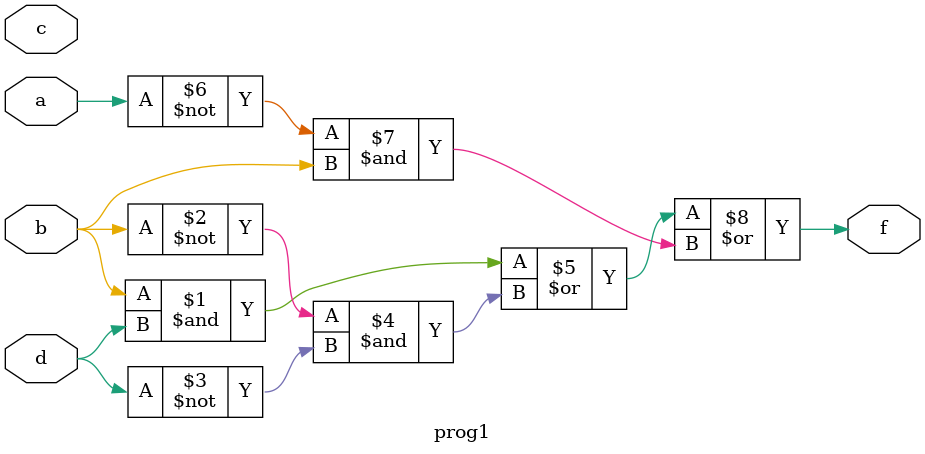
<source format=v>
module prog1 (f, a, b, c, d);
input a, b, c, d;
output f;
assign f = (b&d)|(~b&~d)|(~a&b);
endmodule

</source>
